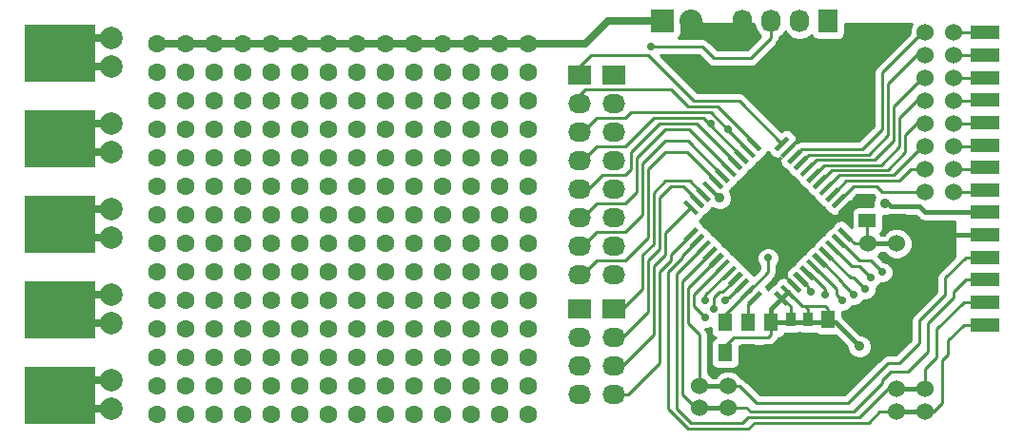
<source format=gtl>
G04 #@! TF.FileFunction,Copper,L1,Top,Signal*
%FSLAX46Y46*%
G04 Gerber Fmt 4.6, Leading zero omitted, Abs format (unit mm)*
G04 Created by KiCad (PCBNEW (2014-12-04 BZR 5312)-product) date 8/01/2015 8:05:32 PM*
%MOMM*%
G01*
G04 APERTURE LIST*
%ADD10C,0.100000*%
%ADD11C,0.381000*%
%ADD12C,1.600000*%
%ADD13R,6.350000X5.080000*%
%ADD14R,2.540000X1.270000*%
%ADD15R,2.032000X2.032000*%
%ADD16O,2.032000X2.032000*%
%ADD17R,2.032000X1.727200*%
%ADD18O,2.032000X1.727200*%
%ADD19C,1.524000*%
%ADD20R,0.900000X1.200000*%
%ADD21R,1.300000X1.500000*%
%ADD22R,1.500000X1.300000*%
%ADD23R,1.727200X2.032000*%
%ADD24O,1.727200X2.032000*%
%ADD25C,1.998980*%
%ADD26C,0.889000*%
%ADD27C,0.700000*%
%ADD28C,0.254000*%
%ADD29C,0.635000*%
G04 APERTURE END LIST*
D10*
D11*
X185674000Y-78740000D02*
X187198000Y-78740000D01*
X170688000Y-91440000D02*
X172212000Y-91440000D01*
X170688000Y-93345000D02*
X172212000Y-93345000D01*
X188214000Y-91694000D02*
X189738000Y-91694000D01*
X188214000Y-93726000D02*
X189738000Y-93726000D01*
D12*
X152400000Y-60960000D03*
X154940000Y-60960000D03*
X152400000Y-63500000D03*
X154940000Y-63500000D03*
X121920000Y-86360000D03*
X124460000Y-86360000D03*
X127000000Y-86360000D03*
X129540000Y-86360000D03*
X121920000Y-88900000D03*
X124460000Y-88900000D03*
X127000000Y-88900000D03*
X129540000Y-88900000D03*
X121920000Y-91440000D03*
X124460000Y-91440000D03*
X127000000Y-91440000D03*
X129540000Y-91440000D03*
X121920000Y-93980000D03*
X124460000Y-93980000D03*
X127000000Y-93980000D03*
X129540000Y-93980000D03*
D13*
X113284000Y-61772800D03*
X113284000Y-69392800D03*
X113284000Y-77012800D03*
X113284000Y-84632800D03*
X113284000Y-92252800D03*
D14*
X195580000Y-59944000D03*
X195580000Y-61944000D03*
X195580000Y-63944000D03*
X195580000Y-65944000D03*
X195580000Y-67944000D03*
X195580000Y-69944000D03*
X195580000Y-71944000D03*
X195580000Y-73944000D03*
X195580000Y-75944000D03*
X195580000Y-77944000D03*
X195580000Y-79944000D03*
X195580000Y-81944000D03*
X195580000Y-83944000D03*
X195580000Y-85944000D03*
D15*
X166878000Y-58928000D03*
D16*
X169418000Y-58928000D03*
D17*
X159512000Y-63754000D03*
D18*
X159512000Y-66294000D03*
X159512000Y-68834000D03*
X159512000Y-71374000D03*
X159512000Y-73914000D03*
X159512000Y-76454000D03*
X159512000Y-78994000D03*
X159512000Y-81534000D03*
D17*
X162560000Y-63754000D03*
D18*
X162560000Y-66294000D03*
X162560000Y-68834000D03*
X162560000Y-71374000D03*
X162560000Y-73914000D03*
X162560000Y-76454000D03*
X162560000Y-78994000D03*
X162560000Y-81534000D03*
D10*
G36*
X179921984Y-80066616D02*
X180999614Y-81144246D01*
X180712246Y-81431614D01*
X179634616Y-80353984D01*
X179921984Y-80066616D01*
X179921984Y-80066616D01*
G37*
G36*
X180487740Y-79500860D02*
X181565370Y-80578490D01*
X181278002Y-80865858D01*
X180200372Y-79788228D01*
X180487740Y-79500860D01*
X180487740Y-79500860D01*
G37*
G36*
X181053497Y-78935104D02*
X182131127Y-80012734D01*
X181843759Y-80300102D01*
X180766129Y-79222472D01*
X181053497Y-78935104D01*
X181053497Y-78935104D01*
G37*
G36*
X181619253Y-78369348D02*
X182696883Y-79446978D01*
X182409515Y-79734346D01*
X181331885Y-78656716D01*
X181619253Y-78369348D01*
X181619253Y-78369348D01*
G37*
G36*
X182185009Y-77803592D02*
X183262639Y-78881222D01*
X182975271Y-79168590D01*
X181897641Y-78090960D01*
X182185009Y-77803592D01*
X182185009Y-77803592D01*
G37*
G36*
X182750765Y-77237836D02*
X183828395Y-78315466D01*
X183541027Y-78602834D01*
X182463397Y-77525204D01*
X182750765Y-77237836D01*
X182750765Y-77237836D01*
G37*
G36*
X179356228Y-80632372D02*
X180433858Y-81710002D01*
X180146490Y-81997370D01*
X179068860Y-80919740D01*
X179356228Y-80632372D01*
X179356228Y-80632372D01*
G37*
G36*
X178790472Y-81198129D02*
X179868102Y-82275759D01*
X179580734Y-82563127D01*
X178503104Y-81485497D01*
X178790472Y-81198129D01*
X178790472Y-81198129D01*
G37*
G36*
X178224716Y-81763885D02*
X179302346Y-82841515D01*
X179014978Y-83128883D01*
X177937348Y-82051253D01*
X178224716Y-81763885D01*
X178224716Y-81763885D01*
G37*
G36*
X177658960Y-82329641D02*
X178736590Y-83407271D01*
X178449222Y-83694639D01*
X177371592Y-82617009D01*
X177658960Y-82329641D01*
X177658960Y-82329641D01*
G37*
G36*
X177093204Y-82895397D02*
X178170834Y-83973027D01*
X177883466Y-84260395D01*
X176805836Y-83182765D01*
X177093204Y-82895397D01*
X177093204Y-82895397D01*
G37*
G36*
X171839754Y-71984386D02*
X172917384Y-73062016D01*
X172630016Y-73349384D01*
X171552386Y-72271754D01*
X171839754Y-71984386D01*
X171839754Y-71984386D01*
G37*
G36*
X172405510Y-71418630D02*
X173483140Y-72496260D01*
X173195772Y-72783628D01*
X172118142Y-71705998D01*
X172405510Y-71418630D01*
X172405510Y-71418630D01*
G37*
G36*
X172971266Y-70852873D02*
X174048896Y-71930503D01*
X173761528Y-72217871D01*
X172683898Y-71140241D01*
X172971266Y-70852873D01*
X172971266Y-70852873D01*
G37*
G36*
X173537022Y-70287117D02*
X174614652Y-71364747D01*
X174327284Y-71652115D01*
X173249654Y-70574485D01*
X173537022Y-70287117D01*
X173537022Y-70287117D01*
G37*
G36*
X174102778Y-69721361D02*
X175180408Y-70798991D01*
X174893040Y-71086359D01*
X173815410Y-70008729D01*
X174102778Y-69721361D01*
X174102778Y-69721361D01*
G37*
G36*
X174668534Y-69155605D02*
X175746164Y-70233235D01*
X175458796Y-70520603D01*
X174381166Y-69442973D01*
X174668534Y-69155605D01*
X174668534Y-69155605D01*
G37*
G36*
X171273998Y-72550142D02*
X172351628Y-73627772D01*
X172064260Y-73915140D01*
X170986630Y-72837510D01*
X171273998Y-72550142D01*
X171273998Y-72550142D01*
G37*
G36*
X170708241Y-73115898D02*
X171785871Y-74193528D01*
X171498503Y-74480896D01*
X170420873Y-73403266D01*
X170708241Y-73115898D01*
X170708241Y-73115898D01*
G37*
G36*
X170142485Y-73681654D02*
X171220115Y-74759284D01*
X170932747Y-75046652D01*
X169855117Y-73969022D01*
X170142485Y-73681654D01*
X170142485Y-73681654D01*
G37*
G36*
X169576729Y-74247410D02*
X170654359Y-75325040D01*
X170366991Y-75612408D01*
X169289361Y-74534778D01*
X169576729Y-74247410D01*
X169576729Y-74247410D01*
G37*
G36*
X169010973Y-74813166D02*
X170088603Y-75890796D01*
X169801235Y-76178164D01*
X168723605Y-75100534D01*
X169010973Y-74813166D01*
X169010973Y-74813166D01*
G37*
G36*
X180712246Y-71984386D02*
X180999614Y-72271754D01*
X179921984Y-73349384D01*
X179634616Y-73062016D01*
X180712246Y-71984386D01*
X180712246Y-71984386D01*
G37*
G36*
X172630016Y-80066616D02*
X172917384Y-80353984D01*
X171839754Y-81431614D01*
X171552386Y-81144246D01*
X172630016Y-80066616D01*
X172630016Y-80066616D01*
G37*
G36*
X180146490Y-71418630D02*
X180433858Y-71705998D01*
X179356228Y-72783628D01*
X179068860Y-72496260D01*
X180146490Y-71418630D01*
X180146490Y-71418630D01*
G37*
G36*
X172064260Y-79500860D02*
X172351628Y-79788228D01*
X171273998Y-80865858D01*
X170986630Y-80578490D01*
X172064260Y-79500860D01*
X172064260Y-79500860D01*
G37*
G36*
X171498503Y-78935104D02*
X171785871Y-79222472D01*
X170708241Y-80300102D01*
X170420873Y-80012734D01*
X171498503Y-78935104D01*
X171498503Y-78935104D01*
G37*
G36*
X179580734Y-70852873D02*
X179868102Y-71140241D01*
X178790472Y-72217871D01*
X178503104Y-71930503D01*
X179580734Y-70852873D01*
X179580734Y-70852873D01*
G37*
G36*
X179014978Y-70287117D02*
X179302346Y-70574485D01*
X178224716Y-71652115D01*
X177937348Y-71364747D01*
X179014978Y-70287117D01*
X179014978Y-70287117D01*
G37*
G36*
X170932747Y-78369348D02*
X171220115Y-78656716D01*
X170142485Y-79734346D01*
X169855117Y-79446978D01*
X170932747Y-78369348D01*
X170932747Y-78369348D01*
G37*
G36*
X170366991Y-77803592D02*
X170654359Y-78090960D01*
X169576729Y-79168590D01*
X169289361Y-78881222D01*
X170366991Y-77803592D01*
X170366991Y-77803592D01*
G37*
G36*
X178449222Y-69721361D02*
X178736590Y-70008729D01*
X177658960Y-71086359D01*
X177371592Y-70798991D01*
X178449222Y-69721361D01*
X178449222Y-69721361D01*
G37*
G36*
X177883466Y-69155605D02*
X178170834Y-69442973D01*
X177093204Y-70520603D01*
X176805836Y-70233235D01*
X177883466Y-69155605D01*
X177883466Y-69155605D01*
G37*
G36*
X169801235Y-77237836D02*
X170088603Y-77525204D01*
X169010973Y-78602834D01*
X168723605Y-78315466D01*
X169801235Y-77237836D01*
X169801235Y-77237836D01*
G37*
G36*
X173195772Y-80632372D02*
X173483140Y-80919740D01*
X172405510Y-81997370D01*
X172118142Y-81710002D01*
X173195772Y-80632372D01*
X173195772Y-80632372D01*
G37*
G36*
X181278002Y-72550142D02*
X181565370Y-72837510D01*
X180487740Y-73915140D01*
X180200372Y-73627772D01*
X181278002Y-72550142D01*
X181278002Y-72550142D01*
G37*
G36*
X181843759Y-73115898D02*
X182131127Y-73403266D01*
X181053497Y-74480896D01*
X180766129Y-74193528D01*
X181843759Y-73115898D01*
X181843759Y-73115898D01*
G37*
G36*
X173761528Y-81198129D02*
X174048896Y-81485497D01*
X172971266Y-82563127D01*
X172683898Y-82275759D01*
X173761528Y-81198129D01*
X173761528Y-81198129D01*
G37*
G36*
X174327284Y-81763885D02*
X174614652Y-82051253D01*
X173537022Y-83128883D01*
X173249654Y-82841515D01*
X174327284Y-81763885D01*
X174327284Y-81763885D01*
G37*
G36*
X182409515Y-73681654D02*
X182696883Y-73969022D01*
X181619253Y-75046652D01*
X181331885Y-74759284D01*
X182409515Y-73681654D01*
X182409515Y-73681654D01*
G37*
G36*
X182975271Y-74247410D02*
X183262639Y-74534778D01*
X182185009Y-75612408D01*
X181897641Y-75325040D01*
X182975271Y-74247410D01*
X182975271Y-74247410D01*
G37*
G36*
X174893040Y-82329641D02*
X175180408Y-82617009D01*
X174102778Y-83694639D01*
X173815410Y-83407271D01*
X174893040Y-82329641D01*
X174893040Y-82329641D01*
G37*
G36*
X175458796Y-82895397D02*
X175746164Y-83182765D01*
X174668534Y-84260395D01*
X174381166Y-83973027D01*
X175458796Y-82895397D01*
X175458796Y-82895397D01*
G37*
G36*
X183541027Y-74813166D02*
X183828395Y-75100534D01*
X182750765Y-76178164D01*
X182463397Y-75890796D01*
X183541027Y-74813166D01*
X183541027Y-74813166D01*
G37*
D19*
X192786000Y-59944000D03*
X190246000Y-59944000D03*
X192786000Y-61976000D03*
X190246000Y-61976000D03*
X192786000Y-64008000D03*
X190246000Y-64008000D03*
X192786000Y-66040000D03*
X190246000Y-66040000D03*
X192786000Y-68072000D03*
X190246000Y-68072000D03*
X192786000Y-70104000D03*
X190246000Y-70104000D03*
X192786000Y-72136000D03*
X190246000Y-72136000D03*
X192786000Y-74168000D03*
X190246000Y-74168000D03*
X185166000Y-78740000D03*
X187706000Y-78740000D03*
X170180000Y-91440000D03*
X172720000Y-91440000D03*
X170180000Y-93345000D03*
X172720000Y-93345000D03*
X187706000Y-91694000D03*
X190246000Y-91694000D03*
X187706000Y-93726000D03*
X190246000Y-93726000D03*
D20*
X178308000Y-85514000D03*
X178308000Y-87714000D03*
D21*
X176530000Y-85772000D03*
X176530000Y-88472000D03*
D20*
X179832000Y-85514000D03*
X179832000Y-87714000D03*
D21*
X181610000Y-85518000D03*
X181610000Y-88218000D03*
D22*
X185086000Y-76708000D03*
X187786000Y-76708000D03*
D21*
X174498000Y-88472000D03*
X174498000Y-85772000D03*
D17*
X159512000Y-84582000D03*
D18*
X159512000Y-87122000D03*
X159512000Y-89662000D03*
X159512000Y-92202000D03*
D17*
X162560000Y-84582000D03*
D18*
X162560000Y-87122000D03*
X162560000Y-89662000D03*
X162560000Y-92202000D03*
D23*
X181610000Y-58928000D03*
D24*
X179070000Y-58928000D03*
X176530000Y-58928000D03*
X173990000Y-58928000D03*
D21*
X172466000Y-88472000D03*
X172466000Y-85772000D03*
D25*
X117856000Y-60452000D03*
X117856000Y-68072000D03*
X117856000Y-75692000D03*
X117856000Y-83312000D03*
X117856000Y-90932000D03*
X117856000Y-62992000D03*
X117856000Y-70612000D03*
X117856000Y-78232000D03*
X117856000Y-85852000D03*
X117856000Y-93472000D03*
D12*
X121920000Y-76200000D03*
X124460000Y-76200000D03*
X127000000Y-76200000D03*
X129540000Y-76200000D03*
X121920000Y-78740000D03*
X124460000Y-78740000D03*
X127000000Y-78740000D03*
X129540000Y-78740000D03*
X121920000Y-81280000D03*
X124460000Y-81280000D03*
X127000000Y-81280000D03*
X129540000Y-81280000D03*
X121920000Y-83820000D03*
X124460000Y-83820000D03*
X127000000Y-83820000D03*
X129540000Y-83820000D03*
X121920000Y-66040000D03*
X124460000Y-66040000D03*
X127000000Y-66040000D03*
X129540000Y-66040000D03*
X121920000Y-68580000D03*
X124460000Y-68580000D03*
X127000000Y-68580000D03*
X129540000Y-68580000D03*
X121920000Y-71120000D03*
X124460000Y-71120000D03*
X127000000Y-71120000D03*
X129540000Y-71120000D03*
X121920000Y-73660000D03*
X124460000Y-73660000D03*
X127000000Y-73660000D03*
X129540000Y-73660000D03*
X132080000Y-66040000D03*
X134620000Y-66040000D03*
X137160000Y-66040000D03*
X139700000Y-66040000D03*
X132080000Y-68580000D03*
X134620000Y-68580000D03*
X137160000Y-68580000D03*
X139700000Y-68580000D03*
X132080000Y-71120000D03*
X134620000Y-71120000D03*
X137160000Y-71120000D03*
X139700000Y-71120000D03*
X132080000Y-73660000D03*
X134620000Y-73660000D03*
X137160000Y-73660000D03*
X139700000Y-73660000D03*
X132080000Y-76200000D03*
X134620000Y-76200000D03*
X137160000Y-76200000D03*
X139700000Y-76200000D03*
X132080000Y-78740000D03*
X134620000Y-78740000D03*
X137160000Y-78740000D03*
X139700000Y-78740000D03*
X132080000Y-81280000D03*
X134620000Y-81280000D03*
X137160000Y-81280000D03*
X139700000Y-81280000D03*
X132080000Y-83820000D03*
X134620000Y-83820000D03*
X137160000Y-83820000D03*
X139700000Y-83820000D03*
X132080000Y-86360000D03*
X134620000Y-86360000D03*
X137160000Y-86360000D03*
X139700000Y-86360000D03*
X132080000Y-88900000D03*
X134620000Y-88900000D03*
X137160000Y-88900000D03*
X139700000Y-88900000D03*
X132080000Y-91440000D03*
X134620000Y-91440000D03*
X137160000Y-91440000D03*
X139700000Y-91440000D03*
X132080000Y-93980000D03*
X134620000Y-93980000D03*
X137160000Y-93980000D03*
X139700000Y-93980000D03*
X142240000Y-66040000D03*
X144780000Y-66040000D03*
X147320000Y-66040000D03*
X149860000Y-66040000D03*
X142240000Y-68580000D03*
X144780000Y-68580000D03*
X147320000Y-68580000D03*
X149860000Y-68580000D03*
X142240000Y-71120000D03*
X144780000Y-71120000D03*
X147320000Y-71120000D03*
X149860000Y-71120000D03*
X142240000Y-73660000D03*
X144780000Y-73660000D03*
X147320000Y-73660000D03*
X149860000Y-73660000D03*
X142240000Y-76200000D03*
X144780000Y-76200000D03*
X147320000Y-76200000D03*
X149860000Y-76200000D03*
X142240000Y-78740000D03*
X144780000Y-78740000D03*
X147320000Y-78740000D03*
X149860000Y-78740000D03*
X142240000Y-81280000D03*
X144780000Y-81280000D03*
X147320000Y-81280000D03*
X149860000Y-81280000D03*
X142240000Y-83820000D03*
X144780000Y-83820000D03*
X147320000Y-83820000D03*
X149860000Y-83820000D03*
X142240000Y-86360000D03*
X144780000Y-86360000D03*
X147320000Y-86360000D03*
X149860000Y-86360000D03*
X142240000Y-88900000D03*
X144780000Y-88900000D03*
X147320000Y-88900000D03*
X149860000Y-88900000D03*
X142240000Y-91440000D03*
X144780000Y-91440000D03*
X147320000Y-91440000D03*
X149860000Y-91440000D03*
X142240000Y-93980000D03*
X144780000Y-93980000D03*
X147320000Y-93980000D03*
X149860000Y-93980000D03*
X121920000Y-60960000D03*
X124460000Y-60960000D03*
X127000000Y-60960000D03*
X129540000Y-60960000D03*
X121920000Y-63500000D03*
X124460000Y-63500000D03*
X127000000Y-63500000D03*
X129540000Y-63500000D03*
X132080000Y-60960000D03*
X134620000Y-60960000D03*
X137160000Y-60960000D03*
X139700000Y-60960000D03*
X132080000Y-63500000D03*
X134620000Y-63500000D03*
X137160000Y-63500000D03*
X139700000Y-63500000D03*
X142240000Y-60960000D03*
X144780000Y-60960000D03*
X147320000Y-60960000D03*
X149860000Y-60960000D03*
X142240000Y-63500000D03*
X144780000Y-63500000D03*
X147320000Y-63500000D03*
X149860000Y-63500000D03*
X152400000Y-93980000D03*
X152400000Y-91440000D03*
X152400000Y-88900000D03*
X152400000Y-86360000D03*
X154940000Y-93980000D03*
X154940000Y-91440000D03*
X154940000Y-88900000D03*
X154940000Y-86360000D03*
X152400000Y-83820000D03*
X152400000Y-81280000D03*
X152400000Y-78740000D03*
X152400000Y-76200000D03*
X154940000Y-83820000D03*
X154940000Y-81280000D03*
X154940000Y-78740000D03*
X154940000Y-76200000D03*
X152400000Y-73660000D03*
X152400000Y-71120000D03*
X152400000Y-68580000D03*
X152400000Y-66040000D03*
X154940000Y-73660000D03*
X154940000Y-71120000D03*
X154940000Y-68580000D03*
X154940000Y-66040000D03*
D26*
X171958000Y-74676000D03*
X186690000Y-75184000D03*
X184404000Y-87884000D03*
D27*
X173228000Y-65024000D03*
X171196000Y-65024000D03*
X169672000Y-64008000D03*
X168148000Y-62484000D03*
X170180000Y-62484000D03*
X171196000Y-63500000D03*
X173228000Y-63500000D03*
X175260000Y-63500000D03*
X176276000Y-62484000D03*
X177292000Y-63500000D03*
X177800000Y-62484000D03*
X177292000Y-60960000D03*
X174752000Y-60960000D03*
X173228000Y-60960000D03*
X177800000Y-67310000D03*
X180340000Y-67310000D03*
X182880000Y-67310000D03*
X185420000Y-67310000D03*
X185420000Y-64770000D03*
X182880000Y-64770000D03*
X180340000Y-64770000D03*
X182880000Y-62230000D03*
X185420000Y-62230000D03*
X187960000Y-59690000D03*
X185420000Y-59690000D03*
X190500000Y-79756000D03*
X189992000Y-81280000D03*
X189992000Y-82804000D03*
X189484000Y-84328000D03*
X183896000Y-89408000D03*
X183896000Y-90932000D03*
X182880000Y-91948000D03*
X181356000Y-91948000D03*
X179832000Y-91948000D03*
X178308000Y-91948000D03*
X176784000Y-91948000D03*
X175260000Y-91440000D03*
X177800000Y-90424000D03*
X179324000Y-90424000D03*
X180848000Y-90424000D03*
D26*
X184785000Y-74803000D03*
X179832000Y-88646000D03*
X178308000Y-88646000D03*
X176530000Y-89662000D03*
X174498000Y-89662000D03*
X189484000Y-76708000D03*
D27*
X171704000Y-60960000D03*
D26*
X179324000Y-69088000D03*
X191000000Y-78000000D03*
X181610000Y-89408000D03*
D27*
X172720000Y-68580000D03*
X171196000Y-68072000D03*
X180086000Y-83058000D03*
X181356000Y-83312000D03*
X182880000Y-83820000D03*
X183896000Y-83312000D03*
X184912000Y-82804000D03*
X185420000Y-81788000D03*
X186436000Y-81280000D03*
X172466000Y-83820000D03*
X171450000Y-84582000D03*
X170688000Y-83820000D03*
X170688000Y-85344000D03*
X176276000Y-80010000D03*
X165862000Y-61214000D03*
D28*
X114604800Y-60452000D02*
X113284000Y-61772800D01*
X114503200Y-62992000D02*
X113284000Y-61772800D01*
D29*
X114604800Y-60452000D02*
X113284000Y-61772800D01*
X117856000Y-60452000D02*
X114604800Y-60452000D01*
X114503200Y-62992000D02*
X113284000Y-61772800D01*
X117856000Y-62992000D02*
X114503200Y-62992000D01*
X114604800Y-68072000D02*
X113284000Y-69392800D01*
X117856000Y-68072000D02*
X114604800Y-68072000D01*
X114503200Y-70612000D02*
X113284000Y-69392800D01*
X117856000Y-70612000D02*
X114503200Y-70612000D01*
X114604800Y-75692000D02*
X113284000Y-77012800D01*
X117856000Y-75692000D02*
X114604800Y-75692000D01*
X114503200Y-78232000D02*
X113284000Y-77012800D01*
X117856000Y-78232000D02*
X114503200Y-78232000D01*
X114604800Y-83312000D02*
X113284000Y-84632800D01*
X117856000Y-83312000D02*
X114604800Y-83312000D01*
X114503200Y-85852000D02*
X113284000Y-84632800D01*
X117856000Y-85852000D02*
X114503200Y-85852000D01*
X114604800Y-90932000D02*
X113284000Y-92252800D01*
X117856000Y-90932000D02*
X114604800Y-90932000D01*
X114503200Y-93472000D02*
X113284000Y-92252800D01*
X117856000Y-93472000D02*
X114503200Y-93472000D01*
D28*
X192786000Y-59944000D02*
X195580000Y-59944000D01*
X190246000Y-59944000D02*
X189992000Y-59944000D01*
X189992000Y-59944000D02*
X186436000Y-63500000D01*
X186436000Y-63500000D02*
X186436000Y-68580000D01*
X186436000Y-68580000D02*
X184658010Y-70357990D01*
X184658010Y-70357990D02*
X179231473Y-70357990D01*
X179231473Y-70357990D02*
X178619847Y-70969616D01*
X195548000Y-61976000D02*
X195580000Y-61944000D01*
X192786000Y-61976000D02*
X195548000Y-61976000D01*
X190246000Y-61976000D02*
X189484000Y-61976000D01*
X189484000Y-61976000D02*
X186944000Y-64516000D01*
X186944000Y-64516000D02*
X186944000Y-69088000D01*
X186944000Y-69088000D02*
X185216808Y-70815192D01*
X185216808Y-70815192D02*
X179905783Y-70815192D01*
X179905783Y-70815192D02*
X179185603Y-71535372D01*
X195516000Y-64008000D02*
X195580000Y-63944000D01*
X192786000Y-64008000D02*
X195516000Y-64008000D01*
X190246000Y-64008000D02*
X189992000Y-64008000D01*
X189992000Y-64008000D02*
X187452000Y-66548000D01*
X187452000Y-66548000D02*
X187452000Y-69596000D01*
X187452000Y-69596000D02*
X185775606Y-71272394D01*
X185775606Y-71272394D02*
X180580094Y-71272394D01*
X180580094Y-71272394D02*
X179751359Y-72101129D01*
X195484000Y-66040000D02*
X195580000Y-65944000D01*
X192786000Y-66040000D02*
X195484000Y-66040000D01*
X190246000Y-66040000D02*
X189484000Y-66040000D01*
X189484000Y-66040000D02*
X187960000Y-67564000D01*
X187960000Y-67564000D02*
X187960000Y-70104000D01*
X187960000Y-70104000D02*
X186334404Y-71729596D01*
X186334404Y-71729596D02*
X181254404Y-71729596D01*
X181254404Y-71729596D02*
X180317115Y-72666885D01*
X195452000Y-68072000D02*
X195580000Y-67944000D01*
X192786000Y-68072000D02*
X195452000Y-68072000D01*
X190246000Y-68072000D02*
X189484000Y-68072000D01*
X189484000Y-68072000D02*
X188468000Y-69088000D01*
X188468000Y-69088000D02*
X188468000Y-70612000D01*
X188468000Y-70612000D02*
X186893202Y-72186798D01*
X186893202Y-72186798D02*
X181928714Y-72186798D01*
X181928714Y-72186798D02*
X180882871Y-73232641D01*
X195420000Y-70104000D02*
X195580000Y-69944000D01*
X192786000Y-70104000D02*
X195420000Y-70104000D01*
X182603025Y-72644000D02*
X187452000Y-72644000D01*
X181448628Y-73798397D02*
X182603025Y-72644000D01*
X187452000Y-72644000D02*
X189992000Y-70104000D01*
X189992000Y-70104000D02*
X190246000Y-70104000D01*
X195388000Y-72136000D02*
X195580000Y-71944000D01*
X192786000Y-72136000D02*
X195388000Y-72136000D01*
X190246000Y-72136000D02*
X188976000Y-72136000D01*
X183226539Y-73151998D02*
X182014384Y-74364153D01*
X187960002Y-73151998D02*
X183226539Y-73151998D01*
X188976000Y-72136000D02*
X187960002Y-73151998D01*
X195356000Y-74168000D02*
X195580000Y-73944000D01*
X192786000Y-74168000D02*
X195356000Y-74168000D01*
X190246000Y-74168000D02*
X186436000Y-74168000D01*
X183850049Y-73660000D02*
X182580140Y-74929909D01*
X185928000Y-73660000D02*
X183850049Y-73660000D01*
X186436000Y-74168000D02*
X185928000Y-73660000D01*
X185086000Y-76708000D02*
X185086000Y-78660000D01*
X185086000Y-78660000D02*
X185006000Y-78740000D01*
X185006000Y-78740000D02*
X183965561Y-78740000D01*
X183965561Y-78740000D02*
X183145896Y-77920335D01*
X170180000Y-86868000D02*
X169164000Y-85852000D01*
X169164000Y-85852000D02*
X169164000Y-82688488D01*
X169164000Y-82688488D02*
X171669129Y-80183359D01*
X170180000Y-91440000D02*
X170180000Y-86868000D01*
X195260000Y-80264000D02*
X195580000Y-79944000D01*
X173736000Y-91440000D02*
X175260000Y-92964000D01*
X175260000Y-92964000D02*
X183388000Y-92964000D01*
X183388000Y-92964000D02*
X186944000Y-89408000D01*
X186944000Y-89408000D02*
X187960000Y-89408000D01*
X187960000Y-89408000D02*
X189738000Y-87630000D01*
X189738000Y-87630000D02*
X189738000Y-85598000D01*
X189738000Y-85598000D02*
X192024000Y-83312000D01*
X192024000Y-83312000D02*
X192024000Y-81788000D01*
X192024000Y-81788000D02*
X193868000Y-79944000D01*
X193868000Y-79944000D02*
X195580000Y-79944000D01*
X172720000Y-91440000D02*
X173736000Y-91440000D01*
X168656000Y-82064975D02*
X171103372Y-79617603D01*
X168656000Y-92202000D02*
X168656000Y-82064975D01*
X169799000Y-93345000D02*
X168656000Y-92202000D01*
X170180000Y-93345000D02*
X169799000Y-93345000D01*
X195228000Y-82296000D02*
X195580000Y-81944000D01*
X174320202Y-93345000D02*
X174701202Y-93726000D01*
X174701202Y-93726000D02*
X183896000Y-93726000D01*
X183896000Y-93726000D02*
X186436000Y-91186000D01*
X186436000Y-91186000D02*
X186436000Y-90932000D01*
X186436000Y-90932000D02*
X187198000Y-90170000D01*
X187198000Y-90170000D02*
X188722000Y-90170000D01*
X188722000Y-90170000D02*
X190500000Y-88392000D01*
X190500000Y-88392000D02*
X190500000Y-85852000D01*
X190500000Y-85852000D02*
X192786000Y-83566000D01*
X192786000Y-83566000D02*
X192786000Y-83058000D01*
X192786000Y-83058000D02*
X193900000Y-81944000D01*
X193900000Y-81944000D02*
X195580000Y-81944000D01*
X172720000Y-93345000D02*
X174320202Y-93345000D01*
X170434000Y-79248000D02*
X170537616Y-79051847D01*
X168148000Y-81441463D02*
X170537616Y-79051847D01*
X168148000Y-93472000D02*
X168148000Y-81441463D01*
X169418000Y-94742000D02*
X168148000Y-93472000D01*
X173990000Y-94742000D02*
X169418000Y-94742000D01*
X174498000Y-94234000D02*
X173990000Y-94742000D01*
X184404000Y-94234000D02*
X174498000Y-94234000D01*
X186944000Y-91694000D02*
X184404000Y-94234000D01*
X187706000Y-91694000D02*
X186944000Y-91694000D01*
X195196000Y-84328000D02*
X195580000Y-83944000D01*
X190246000Y-89916000D02*
X191262000Y-88900000D01*
X191262000Y-88900000D02*
X191262000Y-86360000D01*
X191262000Y-86360000D02*
X193678000Y-83944000D01*
X193678000Y-83944000D02*
X195580000Y-83944000D01*
X190246000Y-91694000D02*
X190246000Y-89916000D01*
X186182000Y-93726000D02*
X185216798Y-94691202D01*
X185216798Y-94691202D02*
X175056798Y-94691202D01*
X175056798Y-94691202D02*
X174498000Y-95250000D01*
X174498000Y-95250000D02*
X169164000Y-95250000D01*
X169164000Y-95250000D02*
X167386000Y-93472000D01*
X167386000Y-93472000D02*
X167386000Y-81280000D01*
X167386000Y-81280000D02*
X168656000Y-80010000D01*
X168656000Y-80010000D02*
X168656000Y-79801951D01*
X168656000Y-79801951D02*
X169971860Y-78486091D01*
X187706000Y-93726000D02*
X186182000Y-93726000D01*
X195164000Y-86360000D02*
X195580000Y-85944000D01*
X193710000Y-85944000D02*
X195580000Y-85944000D01*
X192278000Y-87376000D02*
X193710000Y-85944000D01*
X192278000Y-88646000D02*
X192278000Y-87376000D01*
X191770000Y-89154000D02*
X192278000Y-88646000D01*
X191770000Y-92964000D02*
X191770000Y-89154000D01*
X191008000Y-93726000D02*
X191770000Y-92964000D01*
X190246000Y-93726000D02*
X191008000Y-93726000D01*
X172466000Y-88472000D02*
X172466000Y-87884000D01*
X172466000Y-87884000D02*
X173228000Y-87122000D01*
X173228000Y-87122000D02*
X176276000Y-87122000D01*
X176276000Y-87122000D02*
X176530000Y-86868000D01*
X176530000Y-86868000D02*
X176530000Y-85772000D01*
X179578000Y-84328000D02*
X181356000Y-84328000D01*
X181610000Y-84582000D02*
X181610000Y-85518000D01*
X181356000Y-84328000D02*
X181610000Y-84582000D01*
X178054091Y-83012140D02*
X178054091Y-83058091D01*
X178054091Y-83058091D02*
X179324000Y-84328000D01*
X179832000Y-84582000D02*
X179832000Y-85514000D01*
X179578000Y-84328000D02*
X179832000Y-84582000D01*
X179324000Y-84328000D02*
X179578000Y-84328000D01*
X177488335Y-83577896D02*
X177557896Y-83577896D01*
X177557896Y-83577896D02*
X178308000Y-84328000D01*
X178308000Y-84328000D02*
X178308000Y-85514000D01*
X171103372Y-73821372D02*
X171103372Y-73798397D01*
X171958000Y-74676000D02*
X171103372Y-73821372D01*
D11*
X186944000Y-75184000D02*
X186690000Y-75184000D01*
X187198000Y-75438000D02*
X186944000Y-75184000D01*
X189738000Y-75438000D02*
X187198000Y-75438000D01*
X190244000Y-75944000D02*
X189738000Y-75438000D01*
X195580000Y-75944000D02*
X190244000Y-75944000D01*
X182292000Y-85772000D02*
X184404000Y-87884000D01*
X176530000Y-85772000D02*
X182292000Y-85772000D01*
X176530000Y-84582000D02*
X176530000Y-85772000D01*
X177488335Y-83623665D02*
X176530000Y-84582000D01*
X177488335Y-83577896D02*
X177488335Y-83623665D01*
X178054091Y-83012140D02*
X177488335Y-83577896D01*
D29*
X162052000Y-58928000D02*
X160020000Y-60960000D01*
X160020000Y-60960000D02*
X121920000Y-60960000D01*
X166878000Y-58928000D02*
X162052000Y-58928000D01*
D11*
X171196000Y-65024000D02*
X173228000Y-65024000D01*
X168148000Y-62484000D02*
X169672000Y-64008000D01*
X171196000Y-63500000D02*
X170180000Y-62484000D01*
X175260000Y-63500000D02*
X173228000Y-63500000D01*
X177292000Y-63500000D02*
X176276000Y-62484000D01*
X177292000Y-60960000D02*
X177800000Y-62484000D01*
X173228000Y-60960000D02*
X174752000Y-60960000D01*
X177800000Y-67310000D02*
X180340000Y-67310000D01*
X182880000Y-67310000D02*
X185420000Y-67310000D01*
X185420000Y-64770000D02*
X182880000Y-64770000D01*
X180340000Y-64770000D02*
X182880000Y-62230000D01*
X185420000Y-62230000D02*
X187960000Y-59690000D01*
X190500000Y-79756000D02*
X189992000Y-80264000D01*
X189992000Y-80264000D02*
X189992000Y-81280000D01*
X189992000Y-82804000D02*
X189484000Y-83312000D01*
X189484000Y-83312000D02*
X189484000Y-84328000D01*
X183896000Y-89408000D02*
X183896000Y-90932000D01*
X182880000Y-91948000D02*
X181356000Y-91948000D01*
X179832000Y-91948000D02*
X178308000Y-91948000D01*
X176784000Y-91948000D02*
X176276000Y-91440000D01*
X176276000Y-91440000D02*
X175260000Y-91440000D01*
X177800000Y-90424000D02*
X179324000Y-90424000D01*
D28*
X178054091Y-70403860D02*
X178054091Y-70357909D01*
X183145896Y-75495665D02*
X184092335Y-75495665D01*
X184092335Y-75495665D02*
X184785000Y-74803000D01*
X178619847Y-82446384D02*
X178619847Y-82480847D01*
X178619847Y-82480847D02*
X177419000Y-81280000D01*
X178619847Y-82446384D02*
X178712384Y-82446384D01*
X179832000Y-87714000D02*
X179832000Y-88646000D01*
X178308000Y-87714000D02*
X178308000Y-88646000D01*
X176530000Y-88472000D02*
X176530000Y-89662000D01*
X174498000Y-88472000D02*
X174498000Y-89662000D01*
X187786000Y-76708000D02*
X189484000Y-76708000D01*
D11*
X171704000Y-60579000D02*
X171704000Y-60960000D01*
X170053000Y-58928000D02*
X171704000Y-60579000D01*
X169418000Y-58928000D02*
X170053000Y-58928000D01*
D28*
X178054091Y-70357909D02*
X179324000Y-69088000D01*
D11*
X195580000Y-77944000D02*
X191056000Y-77944000D01*
X191056000Y-77944000D02*
X191000000Y-78000000D01*
D28*
X181610000Y-88218000D02*
X181610000Y-89408000D01*
X174498000Y-85772000D02*
X174498000Y-84143561D01*
X174498000Y-84143561D02*
X175063665Y-83577896D01*
X173690231Y-66040000D02*
X177488335Y-69838104D01*
X169672000Y-66040000D02*
X173690231Y-66040000D01*
X165608000Y-61976000D02*
X169672000Y-66040000D01*
X160528000Y-61976000D02*
X165608000Y-61976000D01*
X159512000Y-62992000D02*
X160528000Y-61976000D01*
X159512000Y-63754000D02*
X159512000Y-62992000D01*
X171773561Y-66548000D02*
X175063665Y-69838104D01*
X169164000Y-66548000D02*
X171773561Y-66548000D01*
X167640000Y-65024000D02*
X169164000Y-66548000D01*
X160020000Y-65024000D02*
X167640000Y-65024000D01*
X159512000Y-65532000D02*
X160020000Y-65024000D01*
X159512000Y-66294000D02*
X159512000Y-65532000D01*
X172720000Y-68580000D02*
X172697025Y-68602975D01*
X172697025Y-68602975D02*
X172697024Y-68602975D01*
X172697024Y-68602975D02*
X172719999Y-68580000D01*
X172719999Y-68580000D02*
X172720000Y-68580000D01*
X172720000Y-68580000D02*
X172720000Y-68625951D01*
X171150049Y-67056000D02*
X172720000Y-68625951D01*
X172720000Y-68625951D02*
X174497909Y-70403860D01*
X164084000Y-67056000D02*
X171150049Y-67056000D01*
X163576000Y-67564000D02*
X164084000Y-67056000D01*
X161036000Y-67564000D02*
X163576000Y-67564000D01*
X159766000Y-68834000D02*
X161036000Y-67564000D01*
X159512000Y-68834000D02*
X159766000Y-68834000D01*
X171115269Y-68152731D02*
X171115269Y-68152732D01*
X171196000Y-68072000D02*
X171115269Y-68152731D01*
X170526537Y-67564000D02*
X171115269Y-68152732D01*
X171115269Y-68152732D02*
X173932153Y-70969616D01*
X166116000Y-67564000D02*
X170526537Y-67564000D01*
X163576000Y-70104000D02*
X166116000Y-67564000D01*
X161036000Y-70104000D02*
X163576000Y-70104000D01*
X159766000Y-71374000D02*
X161036000Y-70104000D01*
X159512000Y-71374000D02*
X159766000Y-71374000D01*
X169903025Y-68072000D02*
X173366397Y-71535372D01*
X166624000Y-68072000D02*
X169903025Y-68072000D01*
X164084000Y-70612000D02*
X166624000Y-68072000D01*
X164084000Y-72136000D02*
X164084000Y-70612000D01*
X163576000Y-72644000D02*
X164084000Y-72136000D01*
X161544000Y-72644000D02*
X163576000Y-72644000D01*
X160274000Y-73914000D02*
X161544000Y-72644000D01*
X159512000Y-73914000D02*
X160274000Y-73914000D01*
X169279512Y-68580000D02*
X172800641Y-72101129D01*
X167132000Y-68580000D02*
X169279512Y-68580000D01*
X164592000Y-71120000D02*
X167132000Y-68580000D01*
X164592000Y-74168000D02*
X164592000Y-71120000D01*
X163576000Y-75184000D02*
X164592000Y-74168000D01*
X161036000Y-75184000D02*
X163576000Y-75184000D01*
X159766000Y-76454000D02*
X161036000Y-75184000D01*
X159512000Y-76454000D02*
X159766000Y-76454000D01*
X169164000Y-69596000D02*
X172234885Y-72666885D01*
X167132000Y-69596000D02*
X169164000Y-69596000D01*
X165100000Y-71628000D02*
X167132000Y-69596000D01*
X165100000Y-76200000D02*
X165100000Y-71628000D01*
X163576000Y-77724000D02*
X165100000Y-76200000D01*
X161036000Y-77724000D02*
X163576000Y-77724000D01*
X159766000Y-78994000D02*
X161036000Y-77724000D01*
X159512000Y-78994000D02*
X159766000Y-78994000D01*
X169048488Y-70612000D02*
X171669129Y-73232641D01*
X167132000Y-70612000D02*
X169048488Y-70612000D01*
X165608000Y-72136000D02*
X167132000Y-70612000D01*
X165608000Y-78232000D02*
X165608000Y-72136000D01*
X163576000Y-80264000D02*
X165608000Y-78232000D01*
X161036000Y-80264000D02*
X163576000Y-80264000D01*
X159766000Y-81534000D02*
X161036000Y-80264000D01*
X159512000Y-81534000D02*
X159766000Y-81534000D01*
X180086000Y-83058000D02*
X179832000Y-82804000D01*
X179832000Y-82804000D02*
X179832000Y-82527025D01*
X179832000Y-82527025D02*
X179185603Y-81880628D01*
X181356000Y-83312000D02*
X181356000Y-82804000D01*
X181356000Y-82804000D02*
X179866871Y-81314871D01*
X179866871Y-81314871D02*
X179751359Y-81314871D01*
X182880000Y-83820000D02*
X182372000Y-83312000D01*
X182372000Y-83312000D02*
X182372000Y-82804000D01*
X182372000Y-82804000D02*
X180317115Y-80749115D01*
X182880000Y-82180488D02*
X180882871Y-80183359D01*
X182880000Y-82296000D02*
X182880000Y-82180488D01*
X183896000Y-83312000D02*
X182880000Y-82296000D01*
X183619025Y-81788000D02*
X181448628Y-79617603D01*
X183896000Y-81788000D02*
X183619025Y-81788000D01*
X184912000Y-82804000D02*
X183896000Y-81788000D01*
X185420000Y-81788000D02*
X184404000Y-80772000D01*
X184404000Y-80772000D02*
X183734537Y-80772000D01*
X183734537Y-80772000D02*
X182014384Y-79051847D01*
X184404000Y-80264000D02*
X182626091Y-78486091D01*
X185420000Y-80264000D02*
X184404000Y-80264000D01*
X186436000Y-81280000D02*
X185420000Y-80264000D01*
X182626091Y-78486091D02*
X182580140Y-78486091D01*
X172812537Y-83566000D02*
X173932153Y-82446384D01*
X172720000Y-83566000D02*
X172812537Y-83566000D01*
X172466000Y-83820000D02*
X172720000Y-83566000D01*
X172189025Y-83058000D02*
X173366397Y-81880628D01*
X171958000Y-83058000D02*
X172189025Y-83058000D01*
X171450000Y-83566000D02*
X171958000Y-83058000D01*
X171450000Y-84582000D02*
X171450000Y-83566000D01*
X172800641Y-81314871D02*
X172685129Y-81314871D01*
X172685129Y-81314871D02*
X170688000Y-83312000D01*
X170688000Y-83312000D02*
X170688000Y-83820000D01*
X172234885Y-80749115D02*
X169672000Y-83312000D01*
X169672000Y-84328000D02*
X170688000Y-85344000D01*
X169672000Y-83312000D02*
X169672000Y-84328000D01*
X165100000Y-82804000D02*
X165100000Y-79756000D01*
X165100000Y-79756000D02*
X166065202Y-78790798D01*
X166065202Y-78790798D02*
X166065202Y-74218798D01*
X166065202Y-74218798D02*
X167132000Y-73152000D01*
X167132000Y-73152000D02*
X169325463Y-73152000D01*
X169325463Y-73152000D02*
X170537616Y-74364153D01*
X163322000Y-84582000D02*
X165100000Y-82804000D01*
X162560000Y-84582000D02*
X163322000Y-84582000D01*
X168701951Y-73660000D02*
X169971860Y-74929909D01*
X167640000Y-73660000D02*
X168701951Y-73660000D01*
X166624000Y-74676000D02*
X167640000Y-73660000D01*
X166624000Y-79248000D02*
X166624000Y-74676000D01*
X165608000Y-80264000D02*
X166624000Y-79248000D01*
X165608000Y-84836000D02*
X165608000Y-80264000D01*
X163322000Y-87122000D02*
X165608000Y-84836000D01*
X162560000Y-87122000D02*
X163322000Y-87122000D01*
X167132000Y-77769769D02*
X169406104Y-75495665D01*
X167132000Y-79756000D02*
X167132000Y-77769769D01*
X166116000Y-80772000D02*
X167132000Y-79756000D01*
X166116000Y-86868000D02*
X166116000Y-80772000D01*
X163322000Y-89662000D02*
X166116000Y-86868000D01*
X162560000Y-89662000D02*
X163322000Y-89662000D01*
X163830000Y-92202000D02*
X166624000Y-89408000D01*
X166624000Y-89408000D02*
X166624000Y-81280000D01*
X166624000Y-81280000D02*
X167640000Y-80264000D01*
X167640000Y-80264000D02*
X167640000Y-79686439D01*
X167640000Y-79686439D02*
X169406104Y-77920335D01*
X162560000Y-92202000D02*
X163830000Y-92202000D01*
X172466000Y-85772000D02*
X172466000Y-85044049D01*
X172466000Y-85044049D02*
X174497909Y-83012140D01*
X172466000Y-85772000D02*
X172466000Y-85090000D01*
X174497909Y-83058091D02*
X174497909Y-83012140D01*
X176276000Y-81280000D02*
X176276000Y-80010000D01*
X165862000Y-61214000D02*
X170434000Y-61214000D01*
X170434000Y-61214000D02*
X171450000Y-62230000D01*
X171450000Y-62230000D02*
X174752000Y-62230000D01*
X174752000Y-62230000D02*
X176530000Y-60452000D01*
X176530000Y-60452000D02*
X176530000Y-58928000D01*
X174543860Y-83012140D02*
X176276000Y-81280000D01*
X174497909Y-83012140D02*
X174543860Y-83012140D01*
G36*
X175627162Y-60277207D02*
X174436369Y-61468000D01*
X171765630Y-61468000D01*
X170972815Y-60675185D01*
X170725605Y-60510004D01*
X170434000Y-60452000D01*
X168276880Y-60452000D01*
X168348927Y-60404673D01*
X168491377Y-60193640D01*
X168541440Y-59944000D01*
X168541440Y-59127000D01*
X175034235Y-59127000D01*
X175145474Y-59686234D01*
X175470330Y-60172415D01*
X175627162Y-60277207D01*
X175627162Y-60277207D01*
G37*
X175627162Y-60277207D02*
X174436369Y-61468000D01*
X171765630Y-61468000D01*
X170972815Y-60675185D01*
X170725605Y-60510004D01*
X170434000Y-60452000D01*
X168276880Y-60452000D01*
X168348927Y-60404673D01*
X168491377Y-60193640D01*
X168541440Y-59944000D01*
X168541440Y-59127000D01*
X175034235Y-59127000D01*
X175145474Y-59686234D01*
X175470330Y-60172415D01*
X175627162Y-60277207D01*
G36*
X185771477Y-74581108D02*
X185610687Y-74968332D01*
X185610313Y-75397784D01*
X185615591Y-75410560D01*
X184336000Y-75410560D01*
X184093877Y-75457537D01*
X183881073Y-75597327D01*
X183738623Y-75808360D01*
X183688560Y-76058000D01*
X183688560Y-77260013D01*
X183208574Y-76780027D01*
X183004149Y-76642038D01*
X182754828Y-76590408D01*
X182504878Y-76638905D01*
X182292956Y-76780027D01*
X182005588Y-77067395D01*
X181891547Y-77236341D01*
X181727200Y-77345783D01*
X181439832Y-77633151D01*
X181325791Y-77802097D01*
X181161444Y-77911539D01*
X180874076Y-78198907D01*
X180760035Y-78367853D01*
X180595688Y-78477295D01*
X180308320Y-78764663D01*
X180194279Y-78933608D01*
X180029931Y-79043051D01*
X179742563Y-79330419D01*
X179628522Y-79499365D01*
X179464175Y-79608807D01*
X179176807Y-79896175D01*
X179062766Y-80065121D01*
X178898419Y-80174563D01*
X178611051Y-80461931D01*
X178497008Y-80630879D01*
X178332663Y-80740320D01*
X178045295Y-81027688D01*
X177907306Y-81232113D01*
X177855676Y-81481434D01*
X177904173Y-81731384D01*
X177904765Y-81732273D01*
X177663023Y-81682213D01*
X177413073Y-81730710D01*
X177201151Y-81871832D01*
X176913783Y-82159200D01*
X176799742Y-82328146D01*
X176635395Y-82437588D01*
X176348027Y-82724956D01*
X176275511Y-82832384D01*
X176203973Y-82724956D01*
X176056323Y-82577306D01*
X176814815Y-81818815D01*
X176979996Y-81571605D01*
X176979996Y-81571604D01*
X177038000Y-81280000D01*
X177038000Y-80641114D01*
X177110555Y-80568686D01*
X177260828Y-80206788D01*
X177261170Y-79814931D01*
X177111529Y-79452771D01*
X176834686Y-79175445D01*
X176472788Y-79025172D01*
X176080931Y-79024830D01*
X175718771Y-79174471D01*
X175441445Y-79451314D01*
X175291172Y-79813212D01*
X175290830Y-80205069D01*
X175440471Y-80567229D01*
X175514000Y-80640886D01*
X175514000Y-80964370D01*
X174978693Y-81499676D01*
X174785093Y-81306076D01*
X174616146Y-81192035D01*
X174506705Y-81027688D01*
X174219337Y-80740320D01*
X174050391Y-80626279D01*
X173940949Y-80461931D01*
X173653581Y-80174563D01*
X173484634Y-80060522D01*
X173375193Y-79896175D01*
X173087825Y-79608807D01*
X172918878Y-79494766D01*
X172809437Y-79330419D01*
X172522069Y-79043051D01*
X172353120Y-78929008D01*
X172243680Y-78764663D01*
X171956312Y-78477295D01*
X171787365Y-78363254D01*
X171677924Y-78198907D01*
X171390556Y-77911539D01*
X171221609Y-77797498D01*
X171112168Y-77633151D01*
X170824800Y-77345783D01*
X170655853Y-77231742D01*
X170546412Y-77067395D01*
X170259044Y-76780027D01*
X170151615Y-76707511D01*
X170259044Y-76635973D01*
X170546412Y-76348605D01*
X170660452Y-76179658D01*
X170824800Y-76070217D01*
X171112168Y-75782849D01*
X171226208Y-75613902D01*
X171311954Y-75556803D01*
X171345714Y-75590622D01*
X171742332Y-75755313D01*
X172171784Y-75755687D01*
X172568689Y-75591689D01*
X172872622Y-75288286D01*
X173037313Y-74891668D01*
X173037687Y-74462216D01*
X172873689Y-74065311D01*
X172843519Y-74035088D01*
X172923477Y-73916634D01*
X173087825Y-73807193D01*
X173375193Y-73519825D01*
X173489233Y-73350878D01*
X173653581Y-73241437D01*
X173940949Y-72954069D01*
X174054991Y-72785120D01*
X174219337Y-72675680D01*
X174506705Y-72388312D01*
X174620745Y-72219365D01*
X174785093Y-72109924D01*
X175072461Y-71822556D01*
X175186501Y-71653609D01*
X175350849Y-71544168D01*
X175638217Y-71256800D01*
X175752257Y-71087853D01*
X175916605Y-70978412D01*
X176203973Y-70691044D01*
X176276488Y-70583615D01*
X176348027Y-70691044D01*
X176635395Y-70978412D01*
X176839820Y-71116401D01*
X177089141Y-71168031D01*
X177339091Y-71119534D01*
X177339980Y-71118941D01*
X177289920Y-71360684D01*
X177338417Y-71610634D01*
X177479539Y-71822556D01*
X177766907Y-72109924D01*
X177935853Y-72223964D01*
X178045295Y-72388312D01*
X178332663Y-72675680D01*
X178501608Y-72789720D01*
X178611051Y-72954069D01*
X178898419Y-73241437D01*
X179067365Y-73355477D01*
X179176807Y-73519825D01*
X179464175Y-73807193D01*
X179633121Y-73921233D01*
X179742563Y-74085581D01*
X180029931Y-74372949D01*
X180198879Y-74486991D01*
X180308320Y-74651337D01*
X180595688Y-74938705D01*
X180764634Y-75052745D01*
X180874076Y-75217093D01*
X181161444Y-75504461D01*
X181330390Y-75618501D01*
X181439832Y-75782849D01*
X181727200Y-76070217D01*
X181931625Y-76208206D01*
X182180946Y-76259836D01*
X182430896Y-76211339D01*
X182642818Y-76070217D01*
X183720448Y-74992587D01*
X183858437Y-74788162D01*
X183873824Y-74713854D01*
X184165679Y-74422000D01*
X185612369Y-74422000D01*
X185771477Y-74581108D01*
X185771477Y-74581108D01*
G37*
X185771477Y-74581108D02*
X185610687Y-74968332D01*
X185610313Y-75397784D01*
X185615591Y-75410560D01*
X184336000Y-75410560D01*
X184093877Y-75457537D01*
X183881073Y-75597327D01*
X183738623Y-75808360D01*
X183688560Y-76058000D01*
X183688560Y-77260013D01*
X183208574Y-76780027D01*
X183004149Y-76642038D01*
X182754828Y-76590408D01*
X182504878Y-76638905D01*
X182292956Y-76780027D01*
X182005588Y-77067395D01*
X181891547Y-77236341D01*
X181727200Y-77345783D01*
X181439832Y-77633151D01*
X181325791Y-77802097D01*
X181161444Y-77911539D01*
X180874076Y-78198907D01*
X180760035Y-78367853D01*
X180595688Y-78477295D01*
X180308320Y-78764663D01*
X180194279Y-78933608D01*
X180029931Y-79043051D01*
X179742563Y-79330419D01*
X179628522Y-79499365D01*
X179464175Y-79608807D01*
X179176807Y-79896175D01*
X179062766Y-80065121D01*
X178898419Y-80174563D01*
X178611051Y-80461931D01*
X178497008Y-80630879D01*
X178332663Y-80740320D01*
X178045295Y-81027688D01*
X177907306Y-81232113D01*
X177855676Y-81481434D01*
X177904173Y-81731384D01*
X177904765Y-81732273D01*
X177663023Y-81682213D01*
X177413073Y-81730710D01*
X177201151Y-81871832D01*
X176913783Y-82159200D01*
X176799742Y-82328146D01*
X176635395Y-82437588D01*
X176348027Y-82724956D01*
X176275511Y-82832384D01*
X176203973Y-82724956D01*
X176056323Y-82577306D01*
X176814815Y-81818815D01*
X176979996Y-81571605D01*
X176979996Y-81571604D01*
X177038000Y-81280000D01*
X177038000Y-80641114D01*
X177110555Y-80568686D01*
X177260828Y-80206788D01*
X177261170Y-79814931D01*
X177111529Y-79452771D01*
X176834686Y-79175445D01*
X176472788Y-79025172D01*
X176080931Y-79024830D01*
X175718771Y-79174471D01*
X175441445Y-79451314D01*
X175291172Y-79813212D01*
X175290830Y-80205069D01*
X175440471Y-80567229D01*
X175514000Y-80640886D01*
X175514000Y-80964370D01*
X174978693Y-81499676D01*
X174785093Y-81306076D01*
X174616146Y-81192035D01*
X174506705Y-81027688D01*
X174219337Y-80740320D01*
X174050391Y-80626279D01*
X173940949Y-80461931D01*
X173653581Y-80174563D01*
X173484634Y-80060522D01*
X173375193Y-79896175D01*
X173087825Y-79608807D01*
X172918878Y-79494766D01*
X172809437Y-79330419D01*
X172522069Y-79043051D01*
X172353120Y-78929008D01*
X172243680Y-78764663D01*
X171956312Y-78477295D01*
X171787365Y-78363254D01*
X171677924Y-78198907D01*
X171390556Y-77911539D01*
X171221609Y-77797498D01*
X171112168Y-77633151D01*
X170824800Y-77345783D01*
X170655853Y-77231742D01*
X170546412Y-77067395D01*
X170259044Y-76780027D01*
X170151615Y-76707511D01*
X170259044Y-76635973D01*
X170546412Y-76348605D01*
X170660452Y-76179658D01*
X170824800Y-76070217D01*
X171112168Y-75782849D01*
X171226208Y-75613902D01*
X171311954Y-75556803D01*
X171345714Y-75590622D01*
X171742332Y-75755313D01*
X172171784Y-75755687D01*
X172568689Y-75591689D01*
X172872622Y-75288286D01*
X173037313Y-74891668D01*
X173037687Y-74462216D01*
X172873689Y-74065311D01*
X172843519Y-74035088D01*
X172923477Y-73916634D01*
X173087825Y-73807193D01*
X173375193Y-73519825D01*
X173489233Y-73350878D01*
X173653581Y-73241437D01*
X173940949Y-72954069D01*
X174054991Y-72785120D01*
X174219337Y-72675680D01*
X174506705Y-72388312D01*
X174620745Y-72219365D01*
X174785093Y-72109924D01*
X175072461Y-71822556D01*
X175186501Y-71653609D01*
X175350849Y-71544168D01*
X175638217Y-71256800D01*
X175752257Y-71087853D01*
X175916605Y-70978412D01*
X176203973Y-70691044D01*
X176276488Y-70583615D01*
X176348027Y-70691044D01*
X176635395Y-70978412D01*
X176839820Y-71116401D01*
X177089141Y-71168031D01*
X177339091Y-71119534D01*
X177339980Y-71118941D01*
X177289920Y-71360684D01*
X177338417Y-71610634D01*
X177479539Y-71822556D01*
X177766907Y-72109924D01*
X177935853Y-72223964D01*
X178045295Y-72388312D01*
X178332663Y-72675680D01*
X178501608Y-72789720D01*
X178611051Y-72954069D01*
X178898419Y-73241437D01*
X179067365Y-73355477D01*
X179176807Y-73519825D01*
X179464175Y-73807193D01*
X179633121Y-73921233D01*
X179742563Y-74085581D01*
X180029931Y-74372949D01*
X180198879Y-74486991D01*
X180308320Y-74651337D01*
X180595688Y-74938705D01*
X180764634Y-75052745D01*
X180874076Y-75217093D01*
X181161444Y-75504461D01*
X181330390Y-75618501D01*
X181439832Y-75782849D01*
X181727200Y-76070217D01*
X181931625Y-76208206D01*
X182180946Y-76259836D01*
X182430896Y-76211339D01*
X182642818Y-76070217D01*
X183720448Y-74992587D01*
X183858437Y-74788162D01*
X183873824Y-74713854D01*
X184165679Y-74422000D01*
X185612369Y-74422000D01*
X185771477Y-74581108D01*
G36*
X189087044Y-59127000D02*
X189062371Y-59151630D01*
X188849243Y-59664900D01*
X188848942Y-60009426D01*
X185897185Y-62961185D01*
X185732004Y-63208395D01*
X185674000Y-63500000D01*
X185674000Y-68264369D01*
X184342379Y-69595990D01*
X179231473Y-69595990D01*
X178939868Y-69653994D01*
X178937640Y-69655482D01*
X178937639Y-69655483D01*
X178769091Y-69688186D01*
X178768201Y-69688778D01*
X178818262Y-69447036D01*
X178769765Y-69197086D01*
X178628643Y-68985164D01*
X178341275Y-68697796D01*
X178136850Y-68559807D01*
X177887529Y-68508177D01*
X177637579Y-68556674D01*
X177425657Y-68697795D01*
X174229046Y-65501185D01*
X173981836Y-65336004D01*
X173690231Y-65278000D01*
X169987630Y-65278000D01*
X166685630Y-61976000D01*
X170118370Y-61976000D01*
X170911185Y-62768815D01*
X171158395Y-62933996D01*
X171158396Y-62933996D01*
X171450000Y-62992000D01*
X174752000Y-62992000D01*
X174752000Y-62991999D01*
X175043604Y-62933996D01*
X175043605Y-62933996D01*
X175290815Y-62768815D01*
X177068815Y-60990815D01*
X177068816Y-60990815D01*
X177167834Y-60842623D01*
X177233996Y-60743605D01*
X177233996Y-60743604D01*
X177292000Y-60452000D01*
X177292000Y-60371311D01*
X177589670Y-60172415D01*
X177800000Y-59857634D01*
X178010330Y-60172415D01*
X178496511Y-60497271D01*
X179070000Y-60611345D01*
X179643489Y-60497271D01*
X180129670Y-60172415D01*
X180140215Y-60156632D01*
X180145937Y-60186123D01*
X180285727Y-60398927D01*
X180496760Y-60541377D01*
X180746400Y-60591440D01*
X182473600Y-60591440D01*
X182715723Y-60544463D01*
X182928527Y-60404673D01*
X183070977Y-60193640D01*
X183121040Y-59944000D01*
X183121040Y-59127000D01*
X189087044Y-59127000D01*
X189087044Y-59127000D01*
G37*
X189087044Y-59127000D02*
X189062371Y-59151630D01*
X188849243Y-59664900D01*
X188848942Y-60009426D01*
X185897185Y-62961185D01*
X185732004Y-63208395D01*
X185674000Y-63500000D01*
X185674000Y-68264369D01*
X184342379Y-69595990D01*
X179231473Y-69595990D01*
X178939868Y-69653994D01*
X178937640Y-69655482D01*
X178937639Y-69655483D01*
X178769091Y-69688186D01*
X178768201Y-69688778D01*
X178818262Y-69447036D01*
X178769765Y-69197086D01*
X178628643Y-68985164D01*
X178341275Y-68697796D01*
X178136850Y-68559807D01*
X177887529Y-68508177D01*
X177637579Y-68556674D01*
X177425657Y-68697795D01*
X174229046Y-65501185D01*
X173981836Y-65336004D01*
X173690231Y-65278000D01*
X169987630Y-65278000D01*
X166685630Y-61976000D01*
X170118370Y-61976000D01*
X170911185Y-62768815D01*
X171158395Y-62933996D01*
X171158396Y-62933996D01*
X171450000Y-62992000D01*
X174752000Y-62992000D01*
X174752000Y-62991999D01*
X175043604Y-62933996D01*
X175043605Y-62933996D01*
X175290815Y-62768815D01*
X177068815Y-60990815D01*
X177068816Y-60990815D01*
X177167834Y-60842623D01*
X177233996Y-60743605D01*
X177233996Y-60743604D01*
X177292000Y-60452000D01*
X177292000Y-60371311D01*
X177589670Y-60172415D01*
X177800000Y-59857634D01*
X178010330Y-60172415D01*
X178496511Y-60497271D01*
X179070000Y-60611345D01*
X179643489Y-60497271D01*
X180129670Y-60172415D01*
X180140215Y-60156632D01*
X180145937Y-60186123D01*
X180285727Y-60398927D01*
X180496760Y-60541377D01*
X180746400Y-60591440D01*
X182473600Y-60591440D01*
X182715723Y-60544463D01*
X182928527Y-60404673D01*
X183070977Y-60193640D01*
X183121040Y-59944000D01*
X183121040Y-59127000D01*
X189087044Y-59127000D01*
G36*
X192873000Y-79861369D02*
X191485185Y-81249185D01*
X191320004Y-81496395D01*
X191262000Y-81788000D01*
X191262000Y-82996369D01*
X189199185Y-85059185D01*
X189034004Y-85306395D01*
X188976000Y-85598000D01*
X188976000Y-87314369D01*
X187644369Y-88646000D01*
X186944000Y-88646000D01*
X186652395Y-88704004D01*
X186405184Y-88869185D01*
X183072369Y-92202000D01*
X175575630Y-92202000D01*
X174274815Y-90901185D01*
X174027605Y-90736004D01*
X173932886Y-90717163D01*
X173905010Y-90649697D01*
X173512370Y-90256371D01*
X172999100Y-90043243D01*
X172443339Y-90042758D01*
X171929697Y-90254990D01*
X171569558Y-90614500D01*
X171329874Y-90614500D01*
X170972370Y-90256371D01*
X170942000Y-90243760D01*
X170942000Y-86868000D01*
X170883996Y-86576396D01*
X170883996Y-86576395D01*
X170718815Y-86329185D01*
X170718656Y-86329026D01*
X170883069Y-86329170D01*
X171168560Y-86211207D01*
X171168560Y-86522000D01*
X171215537Y-86764123D01*
X171355327Y-86976927D01*
X171566360Y-87119377D01*
X171575530Y-87121216D01*
X171573877Y-87121537D01*
X171361073Y-87261327D01*
X171218623Y-87472360D01*
X171168560Y-87722000D01*
X171168560Y-89222000D01*
X171215537Y-89464123D01*
X171355327Y-89676927D01*
X171566360Y-89819377D01*
X171816000Y-89869440D01*
X173116000Y-89869440D01*
X173358123Y-89822463D01*
X173570927Y-89682673D01*
X173713377Y-89471640D01*
X173763440Y-89222000D01*
X173763440Y-87884000D01*
X176276000Y-87884000D01*
X176276000Y-87883999D01*
X176567604Y-87825996D01*
X176567605Y-87825996D01*
X176814815Y-87660815D01*
X177068815Y-87406816D01*
X177068815Y-87406815D01*
X177233996Y-87159605D01*
X177234128Y-87158937D01*
X177422123Y-87122463D01*
X177634927Y-86982673D01*
X177777377Y-86771640D01*
X177782460Y-86746291D01*
X177858000Y-86761440D01*
X178758000Y-86761440D01*
X179000123Y-86714463D01*
X179069457Y-86668917D01*
X179132360Y-86711377D01*
X179382000Y-86761440D01*
X180282000Y-86761440D01*
X180497198Y-86719686D01*
X180499327Y-86722927D01*
X180710360Y-86865377D01*
X180960000Y-86915440D01*
X182260000Y-86915440D01*
X182266705Y-86914139D01*
X183324422Y-87971856D01*
X183324313Y-88097784D01*
X183488311Y-88494689D01*
X183791714Y-88798622D01*
X184188332Y-88963313D01*
X184617784Y-88963687D01*
X185014689Y-88799689D01*
X185318622Y-88496286D01*
X185483313Y-88099668D01*
X185483687Y-87670216D01*
X185319689Y-87273311D01*
X185016286Y-86969378D01*
X184619668Y-86804687D01*
X184492009Y-86804575D01*
X182907440Y-85220006D01*
X182907440Y-84805023D01*
X183075069Y-84805170D01*
X183437229Y-84655529D01*
X183714555Y-84378686D01*
X183748527Y-84296871D01*
X184091069Y-84297170D01*
X184453229Y-84147529D01*
X184730555Y-83870686D01*
X184764527Y-83788871D01*
X185107069Y-83789170D01*
X185469229Y-83639529D01*
X185746555Y-83362686D01*
X185896828Y-83000788D01*
X185897128Y-82656625D01*
X185977229Y-82623529D01*
X186254555Y-82346686D01*
X186288527Y-82264871D01*
X186631069Y-82265170D01*
X186993229Y-82115529D01*
X187270555Y-81838686D01*
X187420828Y-81476788D01*
X187421170Y-81084931D01*
X187271529Y-80722771D01*
X186994686Y-80445445D01*
X186632788Y-80295172D01*
X186528711Y-80295081D01*
X186057559Y-79823929D01*
X186316441Y-79565500D01*
X186556125Y-79565500D01*
X186913630Y-79923629D01*
X187426900Y-80136757D01*
X187982661Y-80137242D01*
X188496303Y-79925010D01*
X188889629Y-79532370D01*
X189102757Y-79019100D01*
X189103242Y-78463339D01*
X188891010Y-77949697D01*
X188498370Y-77556371D01*
X187985100Y-77343243D01*
X187429339Y-77342758D01*
X186915697Y-77554990D01*
X186555558Y-77914500D01*
X186315874Y-77914500D01*
X186248219Y-77846727D01*
X186290927Y-77818673D01*
X186433377Y-77607640D01*
X186483440Y-77358000D01*
X186483440Y-76263320D01*
X186903784Y-76263687D01*
X186999698Y-76224055D01*
X187198000Y-76263500D01*
X189396066Y-76263500D01*
X189660283Y-76527717D01*
X189928094Y-76706663D01*
X189928095Y-76706663D01*
X190244000Y-76769500D01*
X192873000Y-76769500D01*
X192873000Y-79861369D01*
X192873000Y-79861369D01*
G37*
X192873000Y-79861369D02*
X191485185Y-81249185D01*
X191320004Y-81496395D01*
X191262000Y-81788000D01*
X191262000Y-82996369D01*
X189199185Y-85059185D01*
X189034004Y-85306395D01*
X188976000Y-85598000D01*
X188976000Y-87314369D01*
X187644369Y-88646000D01*
X186944000Y-88646000D01*
X186652395Y-88704004D01*
X186405184Y-88869185D01*
X183072369Y-92202000D01*
X175575630Y-92202000D01*
X174274815Y-90901185D01*
X174027605Y-90736004D01*
X173932886Y-90717163D01*
X173905010Y-90649697D01*
X173512370Y-90256371D01*
X172999100Y-90043243D01*
X172443339Y-90042758D01*
X171929697Y-90254990D01*
X171569558Y-90614500D01*
X171329874Y-90614500D01*
X170972370Y-90256371D01*
X170942000Y-90243760D01*
X170942000Y-86868000D01*
X170883996Y-86576396D01*
X170883996Y-86576395D01*
X170718815Y-86329185D01*
X170718656Y-86329026D01*
X170883069Y-86329170D01*
X171168560Y-86211207D01*
X171168560Y-86522000D01*
X171215537Y-86764123D01*
X171355327Y-86976927D01*
X171566360Y-87119377D01*
X171575530Y-87121216D01*
X171573877Y-87121537D01*
X171361073Y-87261327D01*
X171218623Y-87472360D01*
X171168560Y-87722000D01*
X171168560Y-89222000D01*
X171215537Y-89464123D01*
X171355327Y-89676927D01*
X171566360Y-89819377D01*
X171816000Y-89869440D01*
X173116000Y-89869440D01*
X173358123Y-89822463D01*
X173570927Y-89682673D01*
X173713377Y-89471640D01*
X173763440Y-89222000D01*
X173763440Y-87884000D01*
X176276000Y-87884000D01*
X176276000Y-87883999D01*
X176567604Y-87825996D01*
X176567605Y-87825996D01*
X176814815Y-87660815D01*
X177068815Y-87406816D01*
X177068815Y-87406815D01*
X177233996Y-87159605D01*
X177234128Y-87158937D01*
X177422123Y-87122463D01*
X177634927Y-86982673D01*
X177777377Y-86771640D01*
X177782460Y-86746291D01*
X177858000Y-86761440D01*
X178758000Y-86761440D01*
X179000123Y-86714463D01*
X179069457Y-86668917D01*
X179132360Y-86711377D01*
X179382000Y-86761440D01*
X180282000Y-86761440D01*
X180497198Y-86719686D01*
X180499327Y-86722927D01*
X180710360Y-86865377D01*
X180960000Y-86915440D01*
X182260000Y-86915440D01*
X182266705Y-86914139D01*
X183324422Y-87971856D01*
X183324313Y-88097784D01*
X183488311Y-88494689D01*
X183791714Y-88798622D01*
X184188332Y-88963313D01*
X184617784Y-88963687D01*
X185014689Y-88799689D01*
X185318622Y-88496286D01*
X185483313Y-88099668D01*
X185483687Y-87670216D01*
X185319689Y-87273311D01*
X185016286Y-86969378D01*
X184619668Y-86804687D01*
X184492009Y-86804575D01*
X182907440Y-85220006D01*
X182907440Y-84805023D01*
X183075069Y-84805170D01*
X183437229Y-84655529D01*
X183714555Y-84378686D01*
X183748527Y-84296871D01*
X184091069Y-84297170D01*
X184453229Y-84147529D01*
X184730555Y-83870686D01*
X184764527Y-83788871D01*
X185107069Y-83789170D01*
X185469229Y-83639529D01*
X185746555Y-83362686D01*
X185896828Y-83000788D01*
X185897128Y-82656625D01*
X185977229Y-82623529D01*
X186254555Y-82346686D01*
X186288527Y-82264871D01*
X186631069Y-82265170D01*
X186993229Y-82115529D01*
X187270555Y-81838686D01*
X187420828Y-81476788D01*
X187421170Y-81084931D01*
X187271529Y-80722771D01*
X186994686Y-80445445D01*
X186632788Y-80295172D01*
X186528711Y-80295081D01*
X186057559Y-79823929D01*
X186316441Y-79565500D01*
X186556125Y-79565500D01*
X186913630Y-79923629D01*
X187426900Y-80136757D01*
X187982661Y-80137242D01*
X188496303Y-79925010D01*
X188889629Y-79532370D01*
X189102757Y-79019100D01*
X189103242Y-78463339D01*
X188891010Y-77949697D01*
X188498370Y-77556371D01*
X187985100Y-77343243D01*
X187429339Y-77342758D01*
X186915697Y-77554990D01*
X186555558Y-77914500D01*
X186315874Y-77914500D01*
X186248219Y-77846727D01*
X186290927Y-77818673D01*
X186433377Y-77607640D01*
X186483440Y-77358000D01*
X186483440Y-76263320D01*
X186903784Y-76263687D01*
X186999698Y-76224055D01*
X187198000Y-76263500D01*
X189396066Y-76263500D01*
X189660283Y-76527717D01*
X189928094Y-76706663D01*
X189928095Y-76706663D01*
X190244000Y-76769500D01*
X192873000Y-76769500D01*
X192873000Y-79861369D01*
M02*

</source>
